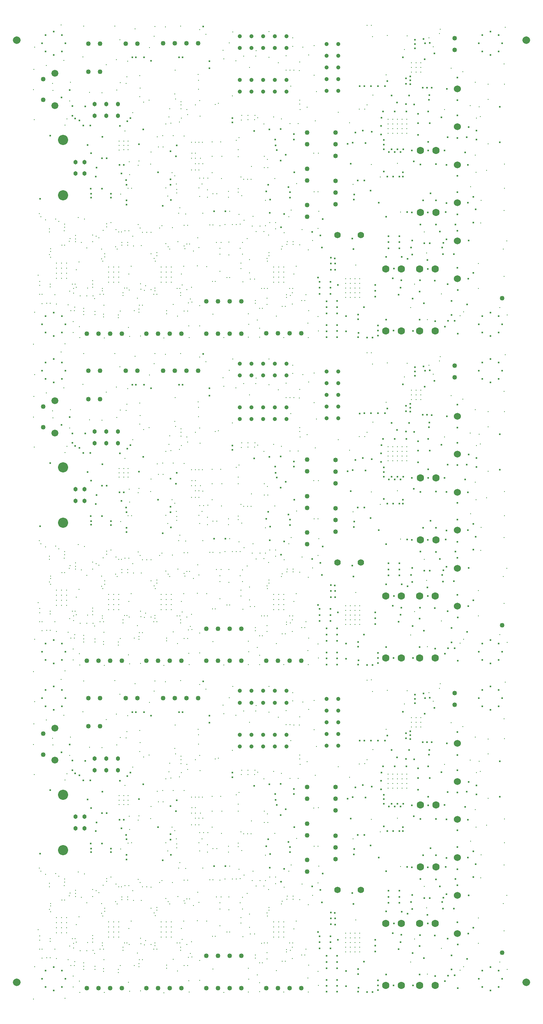
<source format=gbr>
G04 Generated on UCAM*
%FSLAX25Y25*%
%MOIN*%
%IPPOS*%
%ADD10C,0.01000*%
%ADD11C,0.01500*%
%ADD12C,0.03600*%
%ADD13C,0.03800*%
%ADD14C,0.04000*%
%ADD15C,0.05500*%
%ADD16C,0.05900*%
%ADD17C,0.06000*%
%ADD18C,0.06300*%
%ADD19C,0.08700*%
%ADD20C,0.06550*%
%SRX1Y1I0.00000J0.00000*%
%LN25543_drill*%
%LPD*%
D10*
X120610Y120610D03*
X147310Y121210D03*
X154310Y130810D03*
X154410Y140110D03*
X155310Y149410D03*
X152530D03*
X155890Y152490D03*
X150190Y154380D03*
X140210Y155110D03*
X134780Y155890D03*
X131780D03*
X127910Y155510D03*
X121410Y148210D03*
X163610Y148610D03*
Y146010D03*
Y151510D03*
X173210Y148610D03*
Y146010D03*
X180510Y146480D03*
Y144090D03*
X180790Y154180D03*
X194710Y149110D03*
X193110Y145910D03*
X193010Y143310D03*
X201910Y135010D03*
X202810Y127410D03*
X212210Y127710D03*
X232010Y126010D03*
X253710Y126510D03*
X253610Y136410D03*
X262810Y136510D03*
Y153610D03*
X252990Y156180D03*
X252310Y149110D03*
X249610D03*
X243780Y144590D03*
X234610Y146910D03*
X234580Y149490D03*
X239980Y154590D03*
X213880Y154090D03*
X211190D03*
X210910Y150810D03*
Y148210D03*
X206910Y149410D03*
X181210Y126110D03*
X160010Y126410D03*
X159810Y135910D03*
X274010Y146310D03*
X283510Y126310D03*
X304410Y126710D03*
X304710Y137710D03*
X304610Y146810D03*
X311980Y141290D03*
X310580Y155680D03*
X313980Y151490D03*
X316580D03*
X320410Y154910D03*
X333590Y152990D03*
X336090D03*
X341990Y155090D03*
X356190Y149490D03*
X355610Y138610D03*
X355910Y126510D03*
X364310Y132210D03*
X364110Y144410D03*
X328480Y144780D03*
X334810Y126510D03*
X314110Y126810D03*
X314010Y134510D03*
X443510Y152110D03*
X457910Y141910D03*
X485790Y145090D03*
X488780Y148280D03*
X519710Y152210D03*
X526210Y145810D03*
X523610Y178910D03*
X522910Y202110D03*
X525890Y209090D03*
X523410Y235210D03*
X523710Y254110D03*
X523810Y274610D03*
X508610Y269410D03*
X499310Y267610D03*
X498910Y282510D03*
X509710Y292110D03*
X494710Y255510D03*
X503810Y243910D03*
X503610Y224410D03*
X501310Y189910D03*
X501410Y168410D03*
X469680Y163880D03*
X446810Y172010D03*
X457210Y198710D03*
X455110Y216810D03*
X434880Y233890D03*
X432290Y275380D03*
X409680Y274290D03*
X417510Y263710D03*
X394290Y257490D03*
X364210Y251210D03*
X360710D03*
X364810Y234310D03*
X364280Y219880D03*
X350510Y218810D03*
X348590Y205680D03*
X342790Y205980D03*
Y208490D03*
X337680D03*
X337580Y206080D03*
X333490Y204290D03*
X332680Y201990D03*
X322290Y199080D03*
Y196480D03*
X320480Y194090D03*
X320930Y191740D03*
X326250Y186590D03*
Y182260D03*
X330590D03*
Y186590D03*
X334920D03*
Y182260D03*
Y177930D03*
Y173590D03*
X330590D03*
X326250D03*
Y177930D03*
X330590D03*
X343480Y180690D03*
X345390Y187340D03*
X342480Y168480D03*
X339820D03*
X341990Y164880D03*
X340580Y162380D03*
X337190Y163080D03*
Y160890D03*
X350290Y158190D03*
X352890D03*
X353780Y163190D03*
X387770Y164850D03*
Y160850D03*
X391770D03*
Y164850D03*
X395770D03*
Y160850D03*
X399770D03*
Y164850D03*
Y168850D03*
Y172850D03*
Y176850D03*
X395770D03*
Y172850D03*
X391770D03*
Y176850D03*
X387770D03*
Y172850D03*
Y168850D03*
X391770D03*
X395770D03*
X396590Y188380D03*
X355780Y201290D03*
X359380Y209380D03*
X335190Y216180D03*
X327780Y219290D03*
X327890Y224780D03*
X322880D03*
X319180Y222080D03*
X314580Y221880D03*
X317790Y217180D03*
X321780Y214090D03*
X319090Y243690D03*
X327190Y262390D03*
X321090Y271590D03*
X317990D03*
X318090Y281380D03*
X320880Y278890D03*
X317880Y309010D03*
X340110Y309310D03*
X346990Y309380D03*
X361910Y311910D03*
X360510Y284010D03*
X364310Y284110D03*
X345810Y258010D03*
X341210Y235310D03*
X339090Y229890D03*
X320880Y168480D03*
X318280D03*
X315810Y168410D03*
X320410Y160110D03*
X391010Y310110D03*
X424300Y308960D03*
Y304960D03*
Y300960D03*
X428300D03*
X432300D03*
Y304960D03*
Y308960D03*
X428300D03*
Y304960D03*
X436300D03*
Y308960D03*
X440300D03*
Y304960D03*
Y300960D03*
X436300D03*
X296480Y297290D03*
X294180Y295180D03*
X295880Y287090D03*
Y281190D03*
X281810Y281310D03*
X273610D03*
X263580Y279680D03*
X259070D03*
X255970D03*
X255980Y284090D03*
X259090D03*
X259070Y275180D03*
X262170D03*
X265310Y275110D03*
X262170Y269690D03*
X259070D03*
X255970D03*
X262880Y262790D03*
X265980D03*
X269910Y262910D03*
X273610Y267510D03*
X281590Y262390D03*
X287440Y251340D03*
X287410Y246310D03*
X295710Y250810D03*
X295690Y253780D03*
X298910Y247710D03*
X300560Y261880D03*
X303660D03*
X306760D03*
X298080Y263690D03*
X307280Y272780D03*
X308380Y229980D03*
X307890Y221880D03*
X310980Y217090D03*
X303480Y210980D03*
X299310Y207630D03*
X297430Y202800D03*
X299400Y197680D03*
X298210Y190200D03*
X298290Y185490D03*
X305490Y181890D03*
X306010Y176360D03*
X309710Y176410D03*
X299690Y173990D03*
X288490Y177790D03*
X286190D03*
X279980Y183090D03*
X276290Y174280D03*
X273690D03*
X268690Y187190D03*
X260890Y187690D03*
X248990Y187340D03*
X247290Y180790D03*
X247810Y171510D03*
X245780Y168480D03*
X243420D03*
X246390Y164880D03*
Y162380D03*
X251710Y167310D03*
X255910Y169510D03*
X254780Y159480D03*
X256110Y156710D03*
X238520Y173590D03*
Y177930D03*
Y182260D03*
Y186590D03*
X234190D03*
Y182260D03*
X229850D03*
Y186590D03*
Y177930D03*
X234190D03*
Y173590D03*
X229850D03*
X224480Y168680D03*
Y166380D03*
X223480Y163380D03*
X225990D03*
X221110Y167310D03*
X215390Y166880D03*
X212580Y167790D03*
X212090Y172490D03*
X216480Y170590D03*
X202410Y167210D03*
X200590Y168680D03*
X198390D03*
X197190Y164880D03*
Y162280D03*
X209510Y160010D03*
X202190Y180790D03*
X203980Y187340D03*
X193520Y186590D03*
Y182260D03*
Y177930D03*
Y173590D03*
X189180D03*
X184850D03*
Y177930D03*
X189180D03*
Y182260D03*
X184850D03*
Y186590D03*
X189180D03*
X179720Y191590D03*
X178920Y193780D03*
X181390Y195480D03*
Y198190D03*
X178880Y202190D03*
X176610Y211610D03*
X174110Y213110D03*
X171210Y214210D03*
X170980Y208380D03*
X161410Y207710D03*
X156480Y208280D03*
Y210790D03*
Y213690D03*
X158780Y229190D03*
X164290Y227590D03*
X183190Y223690D03*
Y221090D03*
X180180Y217990D03*
X191290Y218780D03*
X193390Y216690D03*
X195890D03*
X198780Y217580D03*
X201990D03*
X205490Y213090D03*
X206190Y204890D03*
X201190Y205490D03*
Y207890D03*
X196280D03*
Y205490D03*
X190790Y204080D03*
X192090Y202080D03*
X212680Y204980D03*
X213690Y216480D03*
X217480D03*
X221290Y216390D03*
X228590Y220090D03*
X230590Y221990D03*
X239390Y220390D03*
X249590Y222390D03*
X252590D03*
X250780Y232190D03*
X244690Y232590D03*
X245780Y237280D03*
X243280Y249990D03*
X243090Y253190D03*
X242690Y257640D03*
X241510Y264710D03*
X239210Y267510D03*
X233680Y254380D03*
X235490Y247390D03*
X262680Y247180D03*
X262280Y254290D03*
X264810Y257610D03*
X269480Y252590D03*
Y246290D03*
X274110Y249310D03*
X277380Y249380D03*
X288490Y234380D03*
X296390Y231590D03*
X297590Y223480D03*
X293990Y223180D03*
X290790D03*
X284380D03*
X280290Y222180D03*
X274180Y222690D03*
X271480D03*
X265580Y232680D03*
X261280Y211880D03*
X262280Y203380D03*
X257590Y200480D03*
X254290Y206280D03*
X251910D03*
X249380Y204590D03*
X250180Y202480D03*
X244180Y208280D03*
X233790Y206680D03*
X235790Y204080D03*
X237090Y202080D03*
X226080Y199080D03*
Y196480D03*
X223890Y194090D03*
X224690Y191790D03*
X221090Y198190D03*
X211780Y220150D03*
X210190Y223080D03*
X186780Y224780D03*
X195110Y249010D03*
X201310Y254010D03*
X204410Y254110D03*
X202780Y265580D03*
X202590Y276780D03*
X210930Y277280D03*
X209980Y273590D03*
X220810Y274810D03*
X221110Y285210D03*
X227480Y289390D03*
X231310Y289310D03*
X231280Y299080D03*
X226310Y298210D03*
X240080Y298990D03*
X249610Y298810D03*
X255970Y293390D03*
X259070D03*
X262190D03*
X265280D03*
X273610Y293810D03*
X280780Y293780D03*
X298570Y312500D03*
X245480Y310680D03*
X238190Y309680D03*
X233790Y308980D03*
X198710Y303110D03*
X197690Y294430D03*
X201430D03*
Y290690D03*
Y286940D03*
X197690D03*
Y290690D03*
X193960D03*
X193920Y294460D03*
X193940Y286850D03*
X165990Y202990D03*
X159390Y190990D03*
X157190Y184290D03*
X156280Y172190D03*
X157280Y169280D03*
X166810Y168910D03*
X171190Y169280D03*
Y172190D03*
Y175080D03*
X171310Y162110D03*
X172710Y159610D03*
X177490Y163380D03*
X180590Y163290D03*
X179590Y166290D03*
Y168480D03*
X166010Y162010D03*
X160610D03*
X310580Y158190D03*
X305590Y193090D03*
X287680Y196990D03*
X280200Y197680D03*
X280100Y202800D03*
X281210Y207910D03*
X277010D03*
X287680Y207920D03*
X300890Y226680D03*
X147080Y223290D03*
Y220690D03*
X146780Y217690D03*
X151790Y211190D03*
X150990Y208890D03*
X147080Y205290D03*
X144890D03*
X135280Y202380D03*
Y200180D03*
X134190Y197390D03*
X134990Y195190D03*
X140120Y190190D03*
X144450D03*
Y185860D03*
X140120D03*
Y181530D03*
X144450D03*
X148780D03*
Y185860D03*
Y190190D03*
Y177190D03*
X144450D03*
X140120D03*
X134780Y172190D03*
Y169890D03*
X125690Y170980D03*
X125710Y174510D03*
X124380Y179790D03*
X125690Y163380D03*
X127880D03*
X138710Y163210D03*
X151380Y165990D03*
X154680Y164380D03*
X154790Y168390D03*
X153680Y172190D03*
X134280Y216690D03*
Y219480D03*
X130890Y227190D03*
X126790Y229890D03*
X125310Y232510D03*
X139380Y227890D03*
X141980Y225690D03*
X147490Y308080D03*
X149010Y313410D03*
X151410Y328910D03*
X152210Y344610D03*
X136810Y343610D03*
X137110Y337810D03*
X120310Y338310D03*
X120810Y355910D03*
X131410Y359110D03*
X146410Y363310D03*
X144010Y393910D03*
X147310Y401130D03*
X154310Y410730D03*
X154410Y420030D03*
X155310Y429330D03*
X152530D03*
X155890Y432410D03*
X150190Y434310D03*
X140210Y435030D03*
X134780Y435810D03*
X131780D03*
X127910Y435430D03*
X127880Y443310D03*
X125690D03*
Y450910D03*
X125710Y454430D03*
X124380Y459710D03*
X140120Y461450D03*
X144450D03*
Y465780D03*
X140120D03*
X148780D03*
Y461450D03*
Y457120D03*
X144450D03*
X140120D03*
X134780Y452110D03*
Y449810D03*
X138710Y443130D03*
X151380Y445910D03*
X154680Y444310D03*
X154790Y448310D03*
X153680Y452110D03*
X121410Y428130D03*
X120610Y400530D03*
X121310Y374810D03*
X121010Y312710D03*
X168590Y335980D03*
X179210Y335660D03*
X191810Y338010D03*
X194910Y344310D03*
X199710Y343910D03*
X200510Y349310D03*
X211580Y350290D03*
X211680Y339790D03*
X211580Y332380D03*
X214810Y327710D03*
X219410Y329410D03*
X242110Y330310D03*
X241580Y334790D03*
X246690Y328190D03*
X246780Y325290D03*
X246710Y322010D03*
X251680Y321390D03*
X252590Y316990D03*
X247180Y314090D03*
X236390Y314980D03*
X237210Y322210D03*
X259280Y325290D03*
X262880Y328980D03*
X261710Y338710D03*
X261810Y346510D03*
X261610Y351410D03*
X241690Y355080D03*
X219780Y374290D03*
X223910Y384010D03*
X224410Y392510D03*
X233610Y392010D03*
X246510Y392810D03*
X262910Y389710D03*
X268010Y385710D03*
X291210Y387910D03*
X288010Y378310D03*
X282710Y372010D03*
X283510Y364610D03*
X293810Y363210D03*
X300510Y367010D03*
X310810D03*
X311210Y371610D03*
X305310Y357310D03*
X290810Y333210D03*
X278910Y326710D03*
X276010Y325910D03*
X262980Y315880D03*
X298710Y316310D03*
X304080Y316280D03*
X304100Y312600D03*
X309970D03*
X310280Y316390D03*
X304410Y406630D03*
X304710Y417630D03*
X304610Y426730D03*
X311980Y421210D03*
X310580Y435610D03*
Y438110D03*
X309710Y456330D03*
X306010Y456280D03*
X305490Y461810D03*
X298290Y465410D03*
X299690Y453910D03*
X288490Y457710D03*
X286190D03*
X279980Y463010D03*
X276290Y454210D03*
X273690D03*
X268690Y467110D03*
X260890Y467610D03*
X248990Y467260D03*
X247290Y460710D03*
X247810Y451430D03*
X245780Y448410D03*
X243420D03*
X246390Y444810D03*
Y442310D03*
X251710Y447230D03*
X255910Y449430D03*
X254780Y439410D03*
X256110Y436630D03*
X252990Y436110D03*
X252310Y429030D03*
X249610D03*
X243780Y424510D03*
X234610Y426830D03*
X234580Y429410D03*
X239980Y434510D03*
X238520Y453520D03*
Y457850D03*
Y462180D03*
Y466510D03*
X234190D03*
Y462180D03*
X229850D03*
Y466510D03*
Y457850D03*
X234190D03*
Y453520D03*
X229850D03*
X224480Y448610D03*
Y446310D03*
X223480Y443310D03*
X225990D03*
X221110Y447230D03*
X215390Y446810D03*
X212580Y447710D03*
X212090Y452410D03*
X216480Y450510D03*
X202410Y447130D03*
X200590Y448610D03*
X198390D03*
X197190Y444810D03*
Y442210D03*
X209510Y439930D03*
X211190Y434010D03*
X213880D03*
X210910Y430730D03*
Y428130D03*
X206910Y429330D03*
X194710Y429030D03*
X193110Y425830D03*
X193010Y423230D03*
X180510Y424010D03*
Y426410D03*
X173210Y425930D03*
Y428530D03*
X163610D03*
Y425930D03*
Y431430D03*
X166010Y441930D03*
X160610D03*
X157280Y449210D03*
X156280Y452110D03*
X157190Y464220D03*
X171190Y455010D03*
Y452110D03*
Y449210D03*
X166810Y448830D03*
X171310Y442030D03*
X172710Y439530D03*
X177490Y443310D03*
X180590Y443210D03*
X179590Y446210D03*
Y448410D03*
X184850Y453520D03*
X189180D03*
X193520D03*
Y457850D03*
X189180D03*
X184850D03*
Y462180D03*
Y466510D03*
X189180D03*
Y462180D03*
X193520D03*
Y466510D03*
X203980Y467260D03*
X202190Y460710D03*
X201910Y414930D03*
X202810Y407330D03*
X212210Y407630D03*
X232010Y405930D03*
X253710Y406430D03*
X253610Y416330D03*
X262810Y416430D03*
Y433530D03*
X274010Y426230D03*
X283510Y406230D03*
X207410Y390410D03*
X190210Y392810D03*
X194610Y381210D03*
X191310Y364110D03*
X201290Y362790D03*
X182690Y359680D03*
X162810Y366410D03*
X163310Y392710D03*
X160010Y406330D03*
X159810Y415830D03*
X181210Y406030D03*
X180790Y434110D03*
X205310Y318910D03*
X312580Y314490D03*
X326080Y315090D03*
X332660Y313460D03*
X348690Y321390D03*
X348590Y325990D03*
Y329290D03*
X354680Y323480D03*
X362790Y336580D03*
X360810Y350810D03*
X348210Y354810D03*
X343480Y355080D03*
X340210Y355110D03*
X336810D03*
X336710Y367410D03*
X330210Y361510D03*
X322110Y366010D03*
X322010Y388010D03*
X342310Y382710D03*
Y375510D03*
X351010Y374710D03*
X360810Y376010D03*
X356110Y368210D03*
X348390Y361980D03*
X340880Y341480D03*
X381610Y319110D03*
X399310Y321610D03*
X404210Y321810D03*
X406110Y325310D03*
X411010Y333910D03*
X422610Y351110D03*
X444220Y353410D03*
Y357340D03*
X448150D03*
Y361280D03*
X444220D03*
X452090D03*
Y357340D03*
Y353410D03*
X448150D03*
X438010Y372810D03*
X440510Y384310D03*
X423310Y384610D03*
X410810Y383610D03*
X409680Y393480D03*
X405990Y393390D03*
X399770Y440770D03*
X395770D03*
X391770D03*
X387770D03*
Y444770D03*
X391770D03*
X395770D03*
X399770D03*
Y448770D03*
Y452770D03*
Y456770D03*
X395770D03*
Y452770D03*
X391770D03*
Y456770D03*
X387770D03*
Y452770D03*
Y448770D03*
X391770D03*
X395770D03*
X396590Y468310D03*
X345390Y467260D03*
X343480Y460620D03*
X334920Y462180D03*
Y466510D03*
X330590D03*
X326250D03*
Y462180D03*
X330590D03*
Y457850D03*
X326250D03*
Y453520D03*
X330590D03*
X334920D03*
Y457850D03*
X339820Y448410D03*
X342480D03*
X341990Y444810D03*
X340580Y442310D03*
X337190Y443010D03*
Y440810D03*
X336090Y432910D03*
X333590D03*
X341990Y435010D03*
X350290Y438110D03*
X352890D03*
X353780Y443110D03*
X356190Y429410D03*
X355610Y418530D03*
X355910Y406430D03*
X364310Y412130D03*
X364110Y424330D03*
X328480Y424710D03*
X320410Y434830D03*
Y440030D03*
X320880Y448410D03*
X318280D03*
X315810Y448330D03*
X316580Y431410D03*
X313980D03*
X314010Y414430D03*
X314110Y406730D03*
X334810Y406430D03*
X443510Y432030D03*
X446810Y451930D03*
X457910Y421830D03*
X458980Y382680D03*
X462710Y375110D03*
X468180Y386390D03*
X468690Y390090D03*
X440300Y312960D03*
X436300D03*
X432300D03*
X428300D03*
X424300D03*
X472380Y321390D03*
X494410Y324810D03*
X502110Y323810D03*
X503010Y315410D03*
X499690Y314090D03*
X509710Y330110D03*
Y343010D03*
X498710Y344610D03*
X488010Y353610D03*
X478010Y356810D03*
X523510Y360310D03*
X523710Y343110D03*
X524510Y391710D03*
X526210Y425730D03*
X519710Y432130D03*
X523610Y458830D03*
X501410Y448330D03*
X488780Y428210D03*
X485790Y425010D03*
X469680Y443810D03*
X501310Y469830D03*
X522910Y482030D03*
X525890Y489010D03*
X523410Y515130D03*
X523710Y534030D03*
X523810Y554530D03*
X508610Y549330D03*
X499310Y547530D03*
X498910Y562430D03*
X509710Y572030D03*
X503010Y595330D03*
X499690Y594010D03*
X502110Y603730D03*
X494410Y604730D03*
X509710Y610030D03*
Y622930D03*
X498710Y624530D03*
X523710Y623030D03*
X472380Y601310D03*
X494710Y535430D03*
X503810Y523830D03*
X503610Y504330D03*
X455110Y496730D03*
X457210Y478630D03*
X434880Y513810D03*
X432290Y555310D03*
X409680Y554210D03*
X417510Y543630D03*
X394290Y537410D03*
X364210Y531130D03*
X360710D03*
X364810Y514230D03*
X364280Y499810D03*
X350510Y498730D03*
X348590Y485610D03*
X342790Y485910D03*
Y488410D03*
X337680D03*
X337580Y486010D03*
X333490Y484210D03*
X332680Y481910D03*
X322290Y479010D03*
Y476410D03*
X320480Y474010D03*
X320930Y471660D03*
X321780Y494010D03*
X317790Y497110D03*
X319180Y502010D03*
X314580Y501810D03*
X322880Y504710D03*
X327890D03*
X327780Y499210D03*
X335190Y496110D03*
X339090Y509810D03*
X341210Y515230D03*
X345810Y537930D03*
X327190Y542310D03*
X321090Y551510D03*
X317990D03*
X318090Y561310D03*
X320880Y558810D03*
X317880Y588930D03*
X312580Y594410D03*
X326080Y595010D03*
X332660Y593380D03*
X340110Y589230D03*
X346990Y589310D03*
X348690Y601310D03*
X348590Y605910D03*
Y609210D03*
X354680Y603410D03*
X361910Y591830D03*
X362790Y616510D03*
X340880Y621410D03*
X381610Y599030D03*
X391010Y590030D03*
X399310Y601530D03*
X404210Y601730D03*
X406110Y605230D03*
X411010Y613830D03*
X424300Y592880D03*
Y588880D03*
Y584880D03*
Y580880D03*
X428300D03*
X432300D03*
Y584880D03*
Y588880D03*
Y592880D03*
X428300D03*
Y588880D03*
Y584880D03*
X436300D03*
Y588880D03*
Y592880D03*
X440300D03*
Y588880D03*
Y584880D03*
Y580880D03*
X436300D03*
X364310Y564030D03*
X360510Y563930D03*
X359380Y489310D03*
X355780Y481210D03*
X319090Y523610D03*
X298910Y527630D03*
X295710Y530730D03*
X295690Y533710D03*
X287440Y531260D03*
X287410Y526230D03*
X288490Y514310D03*
X296390Y511510D03*
X297590Y503410D03*
X293990Y503110D03*
X290790D03*
X284380D03*
X280290Y502110D03*
X274180Y502610D03*
X271480D03*
X265580Y512610D03*
X250780Y512110D03*
X244690Y512510D03*
X245780Y517210D03*
X243280Y529910D03*
X243090Y533110D03*
X242690Y537560D03*
X241510Y544630D03*
X239210Y547430D03*
X233680Y534310D03*
X235490Y527310D03*
X262680Y527110D03*
X262280Y534210D03*
X264810Y537530D03*
X265980Y542710D03*
X262880D03*
X269910Y542830D03*
X273610Y547430D03*
X281590Y542310D03*
X277380Y529310D03*
X274110Y529230D03*
X269480Y526210D03*
Y532510D03*
X262170Y549610D03*
X259070D03*
X255970D03*
X259070Y555110D03*
X262170D03*
X265310Y555030D03*
X263580Y559610D03*
X259070D03*
X255970D03*
X255980Y564010D03*
X259090D03*
X259070Y573310D03*
X255970D03*
X262190D03*
X265280D03*
X273610Y573730D03*
X280780Y573710D03*
X281810Y561230D03*
X273610D03*
X295880Y561110D03*
Y567010D03*
X294180Y575110D03*
X296480Y577210D03*
X298570Y592420D03*
X298710Y596230D03*
X304080Y596210D03*
X304100Y592520D03*
X309970D03*
X310280Y596310D03*
X290810Y613130D03*
X278910Y606630D03*
X276010Y605830D03*
X262880Y608910D03*
X259280Y605210D03*
X251680Y601310D03*
X252590Y596910D03*
X247180Y594010D03*
X245480Y590610D03*
X238190Y589610D03*
X233790Y588910D03*
X236390Y594910D03*
X237210Y602130D03*
X246710Y601930D03*
X246780Y605210D03*
X246690Y608110D03*
X242110Y610230D03*
X241580Y614710D03*
X261710Y618630D03*
X262980Y595810D03*
X249610Y578730D03*
X240080Y578910D03*
X231280Y579010D03*
X226310Y578130D03*
X227480Y569310D03*
X231310Y569230D03*
X221110Y565130D03*
X220810Y554730D03*
X209980Y553510D03*
X210930Y557200D03*
X202590Y556710D03*
X201430Y566870D03*
Y570610D03*
Y574350D03*
X197690D03*
Y570610D03*
X193960D03*
X193920Y574380D03*
X193940Y566770D03*
X197690Y566870D03*
X198710Y583030D03*
X205310Y598830D03*
X214810Y607630D03*
X219410Y609330D03*
X211580Y612310D03*
X211680Y619710D03*
X199710Y623830D03*
X194910Y624230D03*
X191810Y617930D03*
X179210Y615580D03*
X168590Y615910D03*
X202780Y545510D03*
X201310Y533930D03*
X204410Y534030D03*
X195110Y528930D03*
X186780Y504710D03*
X183190Y503610D03*
Y501010D03*
X180180Y497910D03*
X176610Y491530D03*
X174110Y493030D03*
X171210Y494130D03*
X170980Y488310D03*
X161410Y487630D03*
X156480Y488210D03*
Y490710D03*
Y493610D03*
X158780Y509110D03*
X164290Y507510D03*
X165990Y482910D03*
X178880Y482110D03*
X181390Y478110D03*
Y475410D03*
X178920Y473710D03*
X179720Y471510D03*
X159390Y470910D03*
X192090Y482010D03*
X190790Y484010D03*
X196280Y485410D03*
Y487810D03*
X201190D03*
Y485410D03*
X206190Y484810D03*
X212680Y484910D03*
X213690Y496410D03*
X217480D03*
X221290Y496310D03*
X228590Y500010D03*
X230590Y501910D03*
X239390Y500310D03*
X249590Y502310D03*
X252590D03*
X251910Y486210D03*
X254290D03*
X249380Y484510D03*
X250180Y482410D03*
X257590Y480410D03*
X262280Y483310D03*
X261280Y491810D03*
X277010Y487830D03*
X281210D03*
X280100Y482720D03*
X280200Y477600D03*
X287680Y476910D03*
Y487840D03*
X299310Y487550D03*
X297430Y482720D03*
X299400Y477600D03*
X298210Y470120D03*
X305590Y473010D03*
X303480Y490910D03*
X310980Y497010D03*
X307890Y501810D03*
X308380Y509910D03*
X300890Y506610D03*
X300560Y541810D03*
X303660D03*
X306760D03*
X298080Y543610D03*
X307280Y552710D03*
X244180Y488210D03*
X233790Y486610D03*
X235790Y484010D03*
X237090Y482010D03*
X226080Y479010D03*
Y476410D03*
X223890Y474010D03*
X224690Y471710D03*
X221090Y478110D03*
X205490Y493010D03*
X201990Y497510D03*
X198780D03*
X195890Y496610D03*
X193390D03*
X191290Y498710D03*
X211780Y500070D03*
X210190Y503010D03*
X147080Y503210D03*
Y500610D03*
X146780Y497610D03*
X151790Y491110D03*
X150990Y488810D03*
X147080Y485210D03*
X144890D03*
X135280Y482310D03*
Y480110D03*
X134190Y477310D03*
X134990Y475110D03*
X140120Y470110D03*
X144450D03*
X148780D03*
X134280Y496610D03*
Y499410D03*
X130890Y507110D03*
X126790Y509810D03*
X125310Y512430D03*
X139380Y507810D03*
X141980Y505610D03*
X147490Y588010D03*
X149010Y593330D03*
X151410Y608830D03*
X152210Y624530D03*
X136810Y623530D03*
X137110Y617730D03*
X120310Y618230D03*
X121010Y592630D03*
X120810Y635830D03*
X131410Y639030D03*
X146410Y643230D03*
X144010Y673830D03*
X147310Y681050D03*
X154310Y690650D03*
X154410Y699950D03*
X155310Y709250D03*
X152530D03*
X155890Y712330D03*
X150190Y714230D03*
X140210Y714950D03*
X134780Y715730D03*
X131780D03*
X127910Y715350D03*
X127880Y723230D03*
X125690D03*
Y730830D03*
X125710Y734350D03*
X124380Y739630D03*
X140120Y741370D03*
X144450D03*
Y745700D03*
Y750030D03*
X140120D03*
Y745700D03*
X148780D03*
Y750030D03*
Y741370D03*
Y737040D03*
X144450D03*
X140120D03*
X134780Y732030D03*
Y729730D03*
X138710Y723050D03*
X151380Y725830D03*
X154680Y724230D03*
X154790Y728230D03*
X153680Y732030D03*
X150990Y768730D03*
X151790Y771030D03*
X147080Y765130D03*
X144890D03*
X135280Y762230D03*
Y760030D03*
X134190Y757230D03*
X134990Y755030D03*
X134280Y776530D03*
Y779330D03*
X147080Y780530D03*
X146780Y777530D03*
X121410Y708050D03*
X120610Y680450D03*
X121310Y654730D03*
X162810Y646330D03*
X182690Y639610D03*
X191310Y644030D03*
X201290Y642710D03*
X200510Y629230D03*
X211580Y630210D03*
X219780Y654210D03*
X223910Y663930D03*
X224410Y672430D03*
X233610Y671930D03*
X246510Y672730D03*
X262910Y669630D03*
X268010Y665630D03*
X291210Y667830D03*
X288010Y658230D03*
X282710Y651930D03*
X283510Y644530D03*
X293810Y643130D03*
X300510Y646930D03*
X310810D03*
X311210Y651530D03*
X305310Y637230D03*
X261610Y631330D03*
X261810Y626430D03*
X241690Y635010D03*
X232010Y685850D03*
X212210Y687550D03*
X202810Y687250D03*
X201910Y694850D03*
X193010Y703150D03*
X193110Y705750D03*
X194710Y708950D03*
X206910Y709250D03*
X210910Y708050D03*
Y710650D03*
X211190Y713930D03*
X213880D03*
X209510Y719850D03*
X212580Y727630D03*
X215390Y726730D03*
X216480Y730430D03*
X212090Y732330D03*
X221110Y727150D03*
X224480Y726230D03*
Y728530D03*
X223480Y723230D03*
X225990D03*
X229850Y733440D03*
X234190D03*
Y737770D03*
X229850D03*
Y742100D03*
X234190D03*
Y746430D03*
X229850D03*
X238520D03*
Y742100D03*
Y737770D03*
Y733440D03*
X243420Y728330D03*
X245780D03*
X246390Y724730D03*
Y722230D03*
X251710Y727150D03*
X255910Y729350D03*
X247810Y731350D03*
X247290Y740630D03*
X248990Y747180D03*
X260890Y747530D03*
X268690Y747030D03*
X279980Y742930D03*
X286190Y737630D03*
X288490D03*
X299690Y733830D03*
X306010Y736200D03*
X309710Y736250D03*
X305490Y741730D03*
X298290Y745330D03*
X298210Y750040D03*
X299400Y757520D03*
X297430Y762640D03*
X299310Y767470D03*
X303480Y770830D03*
X310980Y776930D03*
X305590Y752930D03*
X287680Y756840D03*
X280200Y757520D03*
X280100Y762640D03*
X281210Y767750D03*
X277010D03*
X287680Y767760D03*
X262280Y763230D03*
X257590Y760330D03*
X254290Y766130D03*
X251910D03*
X249380Y764430D03*
X250180Y762330D03*
X244180Y768130D03*
X233790Y766530D03*
X235790Y763930D03*
X237090Y761930D03*
X226080Y758930D03*
Y756330D03*
X223890Y753930D03*
X224690Y751630D03*
X221090Y758030D03*
X212680Y764830D03*
X206190Y764730D03*
X201190Y765330D03*
Y767730D03*
X196280D03*
Y765330D03*
X190790Y763930D03*
X192090Y761930D03*
X178880Y762030D03*
X181390Y758030D03*
Y755330D03*
X178920Y753630D03*
X179720Y751430D03*
X184850Y746430D03*
Y742100D03*
X189180D03*
Y746430D03*
X193520D03*
Y742100D03*
Y737770D03*
Y733440D03*
X189180D03*
X184850D03*
Y737770D03*
X189180D03*
X202190Y740630D03*
X203980Y747180D03*
X202410Y727050D03*
X200590Y728530D03*
X198390D03*
X197190Y724730D03*
Y722130D03*
X180590Y723130D03*
X177490Y723230D03*
X179590Y726130D03*
Y728330D03*
X171190Y729130D03*
Y732030D03*
Y734930D03*
X166810Y728750D03*
X166010Y721850D03*
X160610D03*
X157280Y729130D03*
X156280Y732030D03*
X157190Y744140D03*
X159390Y750830D03*
X165990Y762830D03*
X161410Y767550D03*
X156480Y768130D03*
Y770630D03*
Y773530D03*
X171210Y774050D03*
X174110Y772950D03*
X176610Y771450D03*
X170980Y768230D03*
X180180Y777830D03*
X183190Y780930D03*
X191290Y778630D03*
X193390Y776530D03*
X195890D03*
X198780Y777430D03*
X201990D03*
X205490Y772930D03*
X213690Y776330D03*
X217480D03*
X221290Y776230D03*
X228590Y779930D03*
X239390Y780230D03*
X211780Y780000D03*
X261280Y771730D03*
X273690Y734130D03*
X276290D03*
X274010Y706150D03*
X262810Y713450D03*
X256110Y716550D03*
X252990Y716030D03*
X254780Y719330D03*
X252310Y708950D03*
X249610D03*
X243780Y704430D03*
X234610Y706750D03*
X234580Y709330D03*
X239980Y714430D03*
X253610Y696250D03*
X262810Y696350D03*
X253710Y686350D03*
X283510Y686150D03*
X304410Y686550D03*
X304710Y697550D03*
X304610Y706650D03*
X311980Y701130D03*
X310580Y715530D03*
Y718030D03*
X180790Y714030D03*
X180510Y706330D03*
Y703930D03*
X173210Y705850D03*
Y708450D03*
X163610D03*
Y705850D03*
Y711350D03*
X172710Y719450D03*
X171310Y721950D03*
X159810Y695750D03*
X160010Y686250D03*
X163310Y672630D03*
X190210Y672730D03*
X194610Y661130D03*
X207410Y670330D03*
X181210Y685950D03*
X314110Y686650D03*
X314010Y694350D03*
X313980Y711330D03*
X316580D03*
X320410Y714750D03*
Y719950D03*
X320880Y728330D03*
X318280D03*
X315810Y728250D03*
X326250Y733440D03*
X330590D03*
X334920D03*
Y737770D03*
X330590D03*
X326250D03*
Y742100D03*
Y746430D03*
X330590D03*
Y742100D03*
X334920D03*
Y746430D03*
X345390Y747180D03*
X343480Y740540D03*
X342480Y728330D03*
X339820D03*
X341990Y724730D03*
X340580Y722230D03*
X337190Y722930D03*
Y720730D03*
X336090Y712830D03*
X333590D03*
X341990Y714930D03*
X350290Y718030D03*
X352890D03*
X353780Y723030D03*
X356190Y709330D03*
X355610Y698450D03*
X355910Y686350D03*
X364310Y692050D03*
X364110Y704250D03*
X328480Y704630D03*
X334810Y686350D03*
X342310Y662630D03*
Y655430D03*
X351010Y654630D03*
X360810Y655930D03*
X356110Y648130D03*
X348390Y641910D03*
X348210Y634730D03*
X343480Y635010D03*
X340210Y635030D03*
X336810D03*
X336710Y647330D03*
X330210Y641430D03*
X322110Y645930D03*
X322010Y667930D03*
X360810Y630730D03*
X422610Y631030D03*
X444220Y633330D03*
Y637260D03*
X448150D03*
Y641200D03*
X444220D03*
X452090D03*
Y637260D03*
Y633330D03*
X448150D03*
X438010Y652730D03*
X440510Y664230D03*
X423310Y664530D03*
X410810Y663530D03*
X409680Y673410D03*
X405990Y673310D03*
X399770Y720700D03*
X395770D03*
X391770D03*
X387770D03*
Y724700D03*
X391770D03*
X395770D03*
X399770D03*
Y728700D03*
Y732700D03*
Y736700D03*
X395770D03*
Y732700D03*
X391770D03*
Y736700D03*
X387770D03*
Y732700D03*
Y728700D03*
X391770D03*
X395770D03*
X396590Y748230D03*
X355780Y761130D03*
X348590Y765530D03*
X342790Y765830D03*
Y768330D03*
X337680D03*
X337580Y765930D03*
X333490Y764130D03*
X332680Y761830D03*
X322290Y758930D03*
Y756330D03*
X320480Y753930D03*
X320930Y751580D03*
X321780Y773930D03*
X317790Y777030D03*
X327780Y779130D03*
X335190Y776030D03*
X350510Y778650D03*
X364280Y779730D03*
X359380Y769230D03*
X455110Y776650D03*
X457210Y758550D03*
X446810Y731850D03*
X443510Y711950D03*
X457910Y701750D03*
X458980Y662610D03*
X462710Y655030D03*
X468180Y666310D03*
X468690Y670010D03*
X478010Y636730D03*
X488010Y633530D03*
X523510Y640230D03*
X524510Y671630D03*
X526210Y705650D03*
X519710Y712050D03*
X523610Y738750D03*
X522910Y761950D03*
X525890Y768930D03*
X501310Y749750D03*
X501410Y728250D03*
X488780Y708130D03*
X485790Y704930D03*
X469680Y723730D03*
X503610Y784250D03*
X503810Y803750D03*
X494710Y815350D03*
X499310Y827450D03*
X508610Y829250D03*
X523810Y834450D03*
X523710Y813950D03*
X523410Y795050D03*
X509710Y851950D03*
X498910Y842350D03*
X499690Y873930D03*
X503010Y875250D03*
X502110Y883650D03*
X494410Y884650D03*
X509710Y889950D03*
Y902850D03*
X498710Y904450D03*
X488010Y913450D03*
X478010Y916650D03*
X472380Y881230D03*
X523710Y902950D03*
X523510Y920150D03*
X452090Y921120D03*
X448150D03*
Y917190D03*
X444220D03*
Y921120D03*
Y913250D03*
X448150D03*
X452090D03*
Y917190D03*
X462710Y934950D03*
X438010Y932650D03*
X422610Y910950D03*
X411010Y893750D03*
X406110Y885150D03*
X404210Y881650D03*
X399310Y881450D03*
X391010Y869950D03*
X381610Y878950D03*
X361910Y871750D03*
X346990Y869230D03*
X340110Y869150D03*
X332660Y873310D03*
X326080Y874930D03*
X312580Y874330D03*
X317880Y868850D03*
X318090Y841230D03*
X320880Y838730D03*
X321090Y831430D03*
X317990D03*
X327190Y822230D03*
X345810Y817850D03*
X360710Y811050D03*
X364210D03*
X364810Y794150D03*
X341210Y795150D03*
X339090Y789730D03*
X327890Y784630D03*
X322880D03*
X319180Y781930D03*
X314580Y781730D03*
X319090Y803530D03*
X360510Y843850D03*
X364310Y843950D03*
X354680Y883330D03*
X348690Y881230D03*
X348590Y885830D03*
Y889130D03*
X340880Y901330D03*
X340210Y914950D03*
X343480Y914930D03*
X348210Y914650D03*
X348390Y921830D03*
X356110Y928050D03*
X351010Y934550D03*
X342310Y935350D03*
X336710Y927250D03*
X330210Y921350D03*
X322110Y925850D03*
X336810Y914950D03*
X360810Y910650D03*
X362790Y896430D03*
X360810Y935850D03*
X424300Y872800D03*
Y868800D03*
Y864800D03*
Y860800D03*
X428300D03*
X432300D03*
Y864800D03*
Y868800D03*
Y872800D03*
X428300D03*
Y868800D03*
Y864800D03*
X436300D03*
Y868800D03*
Y872800D03*
X440300D03*
Y868800D03*
Y864800D03*
Y860800D03*
X436300D03*
X432290Y835230D03*
X409680Y834130D03*
X417510Y823550D03*
X394290Y817330D03*
X434880Y793730D03*
X308380Y789830D03*
X307890Y781730D03*
X300890Y786530D03*
X297590Y783330D03*
X293990Y783030D03*
X290790D03*
X284380D03*
X280290Y782030D03*
X274180Y782530D03*
X271480D03*
X265580Y792530D03*
X250780Y792030D03*
X244690Y792430D03*
X245780Y797130D03*
X243280Y809830D03*
X243090Y813030D03*
X242690Y817480D03*
X241510Y824550D03*
X239210Y827350D03*
X233680Y814230D03*
X235490Y807230D03*
X262680Y807030D03*
X262280Y814130D03*
X264810Y817450D03*
X265980Y822630D03*
X262880D03*
X269910Y822750D03*
X273610Y827350D03*
X281590Y822230D03*
X287440Y811180D03*
X287410Y806150D03*
X295710Y810650D03*
X295690Y813630D03*
X298910Y807550D03*
X300560Y821730D03*
X303660D03*
X306760D03*
X298080Y823530D03*
X307280Y832630D03*
X295880Y841030D03*
Y846930D03*
X294180Y855030D03*
X296480Y857130D03*
X298570Y872340D03*
X298710Y876150D03*
X304080Y876130D03*
X304100Y872440D03*
X309970D03*
X310280Y876230D03*
X290810Y893050D03*
X278910Y886550D03*
X276010Y885750D03*
X262880Y888830D03*
X259280Y885130D03*
X251680Y881230D03*
X252590Y876830D03*
X247180Y873930D03*
X245480Y870530D03*
X238190Y869530D03*
X233790Y868830D03*
X236390Y874830D03*
X237210Y882050D03*
X246710Y881850D03*
X246780Y885130D03*
X246690Y888030D03*
X242110Y890150D03*
X241580Y894630D03*
X241690Y914930D03*
X261610Y911250D03*
X261810Y906350D03*
X261710Y898550D03*
X262980Y875730D03*
X262190Y853230D03*
X265280D03*
X259070D03*
X255970D03*
X255980Y843930D03*
X259090D03*
X259070Y839530D03*
X255970D03*
X259070Y835030D03*
X262170D03*
X265310Y834950D03*
X263580Y839530D03*
X262170Y829530D03*
X259070D03*
X255970D03*
X273610Y841150D03*
X281810D03*
X280780Y853630D03*
X273610Y853650D03*
X249610Y858650D03*
X240080Y858830D03*
X231280Y858930D03*
X226310Y858050D03*
X227480Y849230D03*
X231310Y849150D03*
X221110Y845050D03*
X220810Y834650D03*
X209980Y833430D03*
X210930Y837120D03*
X202590Y836630D03*
X201430Y846790D03*
Y850530D03*
Y854270D03*
X197690D03*
Y850530D03*
X193960D03*
X193920Y854300D03*
X193940Y846690D03*
X197690Y846790D03*
X198710Y862950D03*
X205310Y878750D03*
X214810Y887550D03*
X219410Y889250D03*
X211580Y892230D03*
X211680Y899630D03*
X211580Y910130D03*
X200510Y909150D03*
X199710Y903750D03*
X194910Y904150D03*
X191810Y897850D03*
X179210Y895500D03*
X168590Y895830D03*
X162810Y926250D03*
X182690Y919530D03*
X191310Y923950D03*
X201290Y922630D03*
X219780Y934130D03*
X282710Y931850D03*
X283510Y924450D03*
X293810Y923050D03*
X300510Y926850D03*
X310810D03*
X311210Y931450D03*
X305310Y917150D03*
X296390Y791430D03*
X288490Y794230D03*
X277380Y809230D03*
X274110Y809150D03*
X269480Y806130D03*
Y812430D03*
X252590Y782230D03*
X249590D03*
X230590Y781830D03*
X210190Y782930D03*
X186780Y784630D03*
X183190Y783530D03*
X164290Y787430D03*
X158780Y789030D03*
X195110Y808850D03*
X201310Y813850D03*
X204410Y813950D03*
X202780Y825430D03*
X147490Y867930D03*
X149010Y873250D03*
X151410Y888750D03*
X152210Y904450D03*
X136810Y903450D03*
X137110Y897650D03*
X120310Y898150D03*
X120810Y915750D03*
X131410Y918950D03*
X146410Y923150D03*
X121310Y934650D03*
X121010Y872550D03*
X125310Y792350D03*
X126790Y789730D03*
X130890Y787030D03*
X139380Y787730D03*
X141980Y785530D03*
X147080Y783130D03*
X144010Y953750D03*
X163310Y952550D03*
X190210Y952650D03*
X194610Y941050D03*
X207410Y950250D03*
X224410Y952350D03*
X223910Y943850D03*
X233610Y951850D03*
X246510Y952650D03*
X262910Y949550D03*
X268010Y945550D03*
X291210Y947750D03*
X288010Y938150D03*
X322010Y947850D03*
X342310Y942550D03*
X410810Y943450D03*
X409680Y953330D03*
X405990Y953230D03*
X423310Y944450D03*
X440510Y944150D03*
X458980Y942530D03*
X468180Y946230D03*
X468690Y949930D03*
X524510Y951550D03*
D11*
X130800Y130800D03*
X127800Y137800D03*
X130800Y144800D03*
X137800Y147800D03*
X144800Y144800D03*
X147800Y137800D03*
X144800Y130800D03*
X137800Y127800D03*
X371390Y126790D03*
Y131890D03*
Y137080D03*
X380590D03*
Y131980D03*
Y126790D03*
X388090Y131600D03*
X398780Y130290D03*
X398590Y126790D03*
X406090Y126490D03*
X410890D03*
X415390Y128090D03*
Y132280D03*
Y136580D03*
X422490Y141590D03*
X428780Y132280D03*
X445490Y132180D03*
X451080Y141590D03*
X464590Y140290D03*
X454790Y155680D03*
X403590Y152490D03*
X398310Y146160D03*
Y141960D03*
X388190Y144590D03*
X380590Y147080D03*
Y152290D03*
X371390D03*
Y147080D03*
X478390Y145780D03*
X481190Y140790D03*
X475380Y140680D03*
X472810Y135910D03*
X483790Y129890D03*
X504810Y130800D03*
X501810Y137800D03*
X504810Y144800D03*
X511810Y147800D03*
X518810Y144800D03*
X521810Y137800D03*
X518810Y130800D03*
X511810Y127800D03*
X491790Y154790D03*
X478390Y157890D03*
X483690Y167090D03*
X475090Y172190D03*
X492890Y176580D03*
X497280Y181590D03*
X483480Y186190D03*
X480590Y197890D03*
X471080Y197780D03*
X470590Y203480D03*
X471480Y207280D03*
X474080Y210380D03*
X483480Y217880D03*
X481790Y223180D03*
X483380Y231590D03*
X473390Y233590D03*
X474180Y241390D03*
X483480Y250590D03*
X483380Y264880D03*
X492480Y274080D03*
X490080Y284890D03*
X491380Y297780D03*
X483480Y297180D03*
X475190Y297690D03*
X472380Y286490D03*
X474280Y274180D03*
X499690Y295580D03*
X499780Y303380D03*
X493090Y306380D03*
X519890Y293480D03*
X497080Y246880D03*
X492580Y241690D03*
X499280Y235980D03*
X497280Y224890D03*
X493090Y209280D03*
X468490Y216990D03*
X464980Y222990D03*
X451780Y223180D03*
X458280Y233280D03*
X444480Y233380D03*
X440490Y233730D03*
X422380Y229780D03*
X415990Y241580D03*
X409080Y252080D03*
X403780Y260890D03*
X397990D03*
X395090Y248890D03*
X394880Y244290D03*
X392180Y274990D03*
X393710Y293110D03*
X389510Y292010D03*
X404810Y292760D03*
X402480Y303480D03*
X396010Y301710D03*
X410190Y302380D03*
X418180Y300080D03*
X420490Y295380D03*
Y291440D03*
Y287500D03*
X427180D03*
X424820Y285140D03*
X429940D03*
X432300Y287500D03*
X437020D03*
X434660Y285140D03*
X444580Y286390D03*
X446080Y277080D03*
X451680Y274480D03*
X465190Y274590D03*
X458380Y286390D03*
X458480Y293580D03*
X449690Y299690D03*
Y309680D03*
X459680D03*
X418280Y307280D03*
X420410Y268410D03*
X423580Y264180D03*
X428590D03*
X433690D03*
X436710Y264210D03*
X436910Y267610D03*
X454090Y243580D03*
X464980D03*
X460590Y249690D03*
X459680Y206980D03*
X455180D03*
X444790Y209490D03*
X443690Y203480D03*
X444680Y197490D03*
X440780Y193680D03*
X435890Y195390D03*
X433790Y202890D03*
Y208080D03*
Y213190D03*
X424590D03*
Y208080D03*
Y202890D03*
X422490Y195480D03*
X428990Y185390D03*
X428280Y176990D03*
X435480Y175490D03*
X434780Y169180D03*
X433090Y163190D03*
X444990Y159780D03*
X451280Y165880D03*
X451590Y175380D03*
X464280Y174990D03*
X457990Y185190D03*
X457780Y192680D03*
X413080Y171280D03*
Y166290D03*
Y161280D03*
X380590Y157590D03*
X371390Y157560D03*
X374690Y163880D03*
Y169090D03*
Y174190D03*
X365490D03*
X364180Y177790D03*
X365490Y169090D03*
Y163880D03*
X381190Y171390D03*
X378780Y184390D03*
X374990Y184480D03*
Y189580D03*
X378780D03*
X378480Y194180D03*
X374990Y194590D03*
X367480Y203290D03*
X365980Y213790D03*
X359190Y216880D03*
X368280Y227780D03*
X335280Y232080D03*
X322880Y232980D03*
X323210Y244510D03*
X319690Y251290D03*
X321590Y257190D03*
X338880Y254980D03*
X339980Y250690D03*
Y246090D03*
X343780Y267580D03*
X332190Y277890D03*
X336580Y282890D03*
X328910Y286610D03*
X327780Y290790D03*
X327590Y295880D03*
X331980Y304590D03*
X322310Y304410D03*
X343480Y300380D03*
Y295880D03*
X332380Y220780D03*
X393580Y211190D03*
X394480Y202080D03*
X284680Y234380D03*
X275290D03*
X238190Y243990D03*
X231020Y239150D03*
X237790Y257080D03*
X237880Y261580D03*
X227080Y267600D03*
X237880Y285680D03*
X242580Y281280D03*
X242990Y290690D03*
X210930Y291730D03*
X214460Y304400D03*
X200790Y311420D03*
X194390Y307280D03*
X179380Y297990D03*
X179290Y279590D03*
X183090D03*
X194090Y274080D03*
X197900Y274060D03*
X195890Y266580D03*
X199900Y261020D03*
X200000Y257090D03*
X200100Y243800D03*
Y239960D03*
X186690Y246090D03*
Y249290D03*
X179180Y253680D03*
X169590Y253590D03*
X169680Y249380D03*
Y246180D03*
X173780Y264090D03*
X174380Y271590D03*
X169680Y283980D03*
X166880Y291180D03*
X169180Y307590D03*
X163190D03*
X159890Y311980D03*
X290710Y310310D03*
X309310Y303010D03*
X134940Y299110D03*
X125990Y244990D03*
X156100Y313580D03*
X153880Y316180D03*
X153680Y324480D03*
X151490Y338190D03*
X144390Y331590D03*
X144800Y370950D03*
X147800Y377950D03*
X144800Y384950D03*
X137800Y387950D03*
X130800Y384950D03*
X127800Y377950D03*
X130800Y370950D03*
X137800Y367950D03*
Y407720D03*
X130800Y410720D03*
X127800Y417720D03*
X130800Y424720D03*
X137800Y427720D03*
X144800Y424720D03*
X147800Y417720D03*
X144800Y410720D03*
X205110Y366010D03*
X208110D03*
X215110D03*
X221180Y362980D03*
X245110Y366010D03*
X248110D03*
X271110Y362910D03*
Y356810D03*
X265690Y392280D03*
X290710Y314110D03*
X203440Y314170D03*
X164900Y324190D03*
X399690Y341480D03*
X403710Y341510D03*
X409410D03*
X415310D03*
X421310D03*
X423480Y345780D03*
X427290Y333490D03*
X431690Y327380D03*
X439590Y325990D03*
X439690Y319690D03*
X429690D03*
X419680D03*
X418380Y314390D03*
X449690Y317790D03*
X458580Y319580D03*
X459290Y329680D03*
X459390Y333590D03*
X457590Y340180D03*
X453780D03*
X461580Y340090D03*
X443180Y342990D03*
Y346290D03*
Y349590D03*
X439380Y347990D03*
Y343480D03*
X442230Y333490D03*
X446480Y325590D03*
X455390Y364490D03*
X463680Y369480D03*
X459780Y378290D03*
X455780Y378080D03*
X454480Y381790D03*
X447180Y381080D03*
Y377380D03*
Y373690D03*
X436890Y366180D03*
X428780Y412210D03*
X415390D03*
Y408010D03*
X410890Y406410D03*
X406090D03*
X398590Y406710D03*
X398780Y410210D03*
X388090Y411520D03*
X380590Y411910D03*
Y417010D03*
X371390D03*
Y411810D03*
Y406710D03*
X380590D03*
Y427010D03*
Y432210D03*
Y437510D03*
X371390Y437480D03*
Y432210D03*
Y427010D03*
X388190Y424510D03*
X398310Y426080D03*
Y421880D03*
X403590Y432410D03*
X413080Y441210D03*
Y446210D03*
Y451210D03*
X428280Y456910D03*
X435480Y455410D03*
X434780Y449110D03*
X433090Y443110D03*
X444990Y439710D03*
X451280Y445810D03*
X451590Y455310D03*
X464280Y454910D03*
X457990Y465110D03*
X428990Y465310D03*
X422490Y421510D03*
X415390Y416510D03*
X445490Y412110D03*
X451080Y421510D03*
X464590Y420210D03*
X454790Y435610D03*
X374690Y443810D03*
Y449010D03*
Y454110D03*
X365490D03*
X364180Y457710D03*
X365490Y449010D03*
Y443810D03*
X381190Y451310D03*
X378780Y464310D03*
X374990Y464410D03*
X483480Y466110D03*
X497280Y461510D03*
X492890Y456510D03*
X483690Y447010D03*
X475090Y452110D03*
X478390Y437810D03*
Y425710D03*
X481190Y420710D03*
X475380Y420610D03*
X472810Y415830D03*
X483790Y409810D03*
X504810Y410720D03*
X501810Y417720D03*
X504810Y424720D03*
X511810Y427720D03*
X518810Y424720D03*
X521810Y417720D03*
X518810Y410720D03*
X511810Y407720D03*
Y387950D03*
X518810Y384950D03*
X521810Y377950D03*
X518810Y370950D03*
X511810Y367950D03*
X504810Y370950D03*
X501810Y377950D03*
X504810Y384950D03*
X483380Y348890D03*
X474390Y339090D03*
X483380Y329290D03*
X483480Y316280D03*
X469680Y314690D03*
X519680Y323780D03*
X491790Y434710D03*
X480590Y477810D03*
X471080Y477710D03*
X470590Y483410D03*
X471480Y487210D03*
X474080Y490310D03*
X483480Y497810D03*
X481790Y503110D03*
X483380Y511510D03*
X473390Y513510D03*
X474180Y521310D03*
X483480Y530510D03*
X483380Y544810D03*
X492480Y554010D03*
X490080Y564810D03*
X491380Y577710D03*
X483480Y577110D03*
X475190Y577610D03*
X472380Y566410D03*
X474280Y554110D03*
X469680Y594610D03*
X483480Y596210D03*
X483380Y609210D03*
X474390Y619010D03*
X493090Y586310D03*
X499780Y583310D03*
X499690Y575510D03*
X519890Y573410D03*
X519680Y603710D03*
X497080Y526810D03*
X492580Y521610D03*
X499280Y515910D03*
X497280Y504810D03*
X493090Y489210D03*
X468490Y496910D03*
X464980Y502910D03*
X451780Y503110D03*
X458280Y513210D03*
X444480Y513310D03*
X440490Y513650D03*
X422380Y509710D03*
X415990Y521510D03*
X409080Y532010D03*
X403780Y540810D03*
X397990D03*
X395090Y528810D03*
X394880Y524210D03*
X392180Y554910D03*
X393710Y573030D03*
X389510Y571930D03*
X404810Y572680D03*
X402480Y583410D03*
X396010Y581630D03*
X410190Y582310D03*
X418180Y580010D03*
X420490Y575300D03*
Y571360D03*
Y567420D03*
X427180D03*
X424820Y565060D03*
X429940D03*
X432300Y567420D03*
X437020D03*
X434660Y565060D03*
X444580Y566310D03*
X446080Y557010D03*
X451680Y554410D03*
X465190Y554510D03*
X458380Y566310D03*
X458480Y573510D03*
X449690Y579610D03*
Y589610D03*
Y597710D03*
X458580Y599510D03*
X459290Y609610D03*
X459390Y613510D03*
X457590Y620110D03*
X453780D03*
X461580Y620010D03*
X443180Y622910D03*
X439380Y623410D03*
X442230Y613410D03*
X439590Y605910D03*
X439690Y599610D03*
X429690D03*
X431690Y607310D03*
X427290Y613410D03*
X421310Y621430D03*
X415310D03*
X409410D03*
X403710D03*
X399690Y621410D03*
X419680Y599610D03*
X418380Y594310D03*
X418280Y587210D03*
X420410Y548330D03*
X423580Y544110D03*
X428590D03*
X433690D03*
X436710Y544130D03*
X436910Y547530D03*
X454090Y523510D03*
X464980D03*
X460590Y529610D03*
X459680Y486910D03*
X455180D03*
X444790Y489410D03*
X443690Y483410D03*
X444680Y477410D03*
X440780Y473610D03*
X435890Y475310D03*
X433790Y482810D03*
Y488010D03*
Y493110D03*
X424590D03*
Y488010D03*
Y482810D03*
X422490Y475410D03*
X394480Y482010D03*
X393580Y491110D03*
X365980Y493710D03*
X359190Y496810D03*
X368280Y507710D03*
X367480Y483210D03*
X374990Y474510D03*
X378480Y474110D03*
X378780Y469510D03*
X374990D03*
X332380Y500710D03*
X335280Y512010D03*
X322880Y512910D03*
X323210Y524430D03*
X319690Y531210D03*
X321590Y537110D03*
X338880Y534910D03*
X339980Y530610D03*
Y526010D03*
X343780Y547510D03*
X332190Y557810D03*
X336580Y562810D03*
X328910Y566530D03*
X327780Y570710D03*
X327590Y575810D03*
X331980Y584510D03*
X322310Y584330D03*
X343480Y580310D03*
Y575810D03*
X459680Y589610D03*
X446480Y605510D03*
X457780Y472610D03*
X284680Y514310D03*
X275290D03*
X238190Y523910D03*
X231020Y519080D03*
X237790Y537010D03*
X237880Y541510D03*
X227080Y547520D03*
X237880Y565610D03*
X242580Y561210D03*
X242990Y570610D03*
X210930Y571650D03*
X214460Y584320D03*
X200790Y591340D03*
X203440Y594090D03*
X194390Y587210D03*
X179380Y577910D03*
X179290Y559510D03*
X183090D03*
X194090Y554010D03*
X197900Y553980D03*
X195890Y546510D03*
X199900Y540940D03*
X200000Y537010D03*
X200100Y523720D03*
Y519880D03*
X186690Y526010D03*
Y529210D03*
X179180Y533610D03*
X169590Y533510D03*
X169680Y529310D03*
Y526110D03*
X173780Y544010D03*
X174380Y551510D03*
X169680Y563910D03*
X166880Y571110D03*
X169180Y587510D03*
X163190D03*
X159890Y591910D03*
X164900Y604110D03*
X290710Y594030D03*
Y590230D03*
X309310Y582930D03*
X156100Y593510D03*
X153880Y596110D03*
X153680Y604410D03*
X151490Y618110D03*
X144390Y611510D03*
X134940Y579040D03*
X125990Y524910D03*
X130800Y650870D03*
X127800Y657870D03*
X130800Y664870D03*
X137800Y667870D03*
X144800Y664870D03*
X147800Y657870D03*
X144800Y650870D03*
X137800Y647870D03*
Y687640D03*
X130800Y690640D03*
X127800Y697640D03*
X130800Y704640D03*
X137800Y707640D03*
X144800Y704640D03*
X147800Y697640D03*
X144800Y690640D03*
X205110Y645930D03*
X208110D03*
X215110D03*
X221180Y642910D03*
X245110Y645930D03*
X248110D03*
X271110Y642830D03*
Y636730D03*
X265690Y672210D03*
X371390Y686630D03*
Y691730D03*
Y696930D03*
X380590D03*
Y691830D03*
Y686630D03*
X388090Y691440D03*
X398780Y690130D03*
X398590Y686630D03*
X406090Y686330D03*
X410890D03*
X415390Y687930D03*
Y692130D03*
Y696430D03*
X422490Y701430D03*
X428780Y692130D03*
X445490Y692030D03*
X451080Y701430D03*
X464590Y700130D03*
X454790Y715530D03*
X451280Y725730D03*
X451590Y735230D03*
X464280Y734830D03*
X457990Y745030D03*
X457780Y752530D03*
X459680Y766830D03*
X455180D03*
X444790Y769330D03*
X443690Y763330D03*
X444680Y757330D03*
X440780Y753530D03*
X435890Y755230D03*
X433790Y762730D03*
Y767930D03*
Y773030D03*
X424590D03*
Y767930D03*
Y762730D03*
X422490Y755330D03*
X428990Y745230D03*
X428280Y736830D03*
X435480Y735330D03*
X434780Y729030D03*
X433090Y723030D03*
X444990Y719630D03*
X413080Y721130D03*
Y726130D03*
Y731130D03*
X403590Y712330D03*
X398310Y706000D03*
Y701800D03*
X388190Y704430D03*
X380590Y706930D03*
Y712130D03*
Y717430D03*
X371390Y717400D03*
Y712130D03*
Y706930D03*
X374690Y723730D03*
Y728930D03*
Y734030D03*
X365490D03*
X364180Y737630D03*
X365490Y728930D03*
Y723730D03*
X381190Y731230D03*
X378780Y744230D03*
X374990Y744330D03*
Y749430D03*
X378780D03*
X378480Y754030D03*
X374990Y754430D03*
X367480Y763130D03*
X365980Y773630D03*
X359190Y776730D03*
X332380Y780630D03*
X393580Y771030D03*
X394480Y761930D03*
X468490Y776830D03*
X459780Y658210D03*
X455780Y658010D03*
X454480Y661710D03*
X447180Y661010D03*
Y657310D03*
Y653610D03*
X455390Y644410D03*
X463680Y649410D03*
X436890Y646110D03*
X439380Y627910D03*
X443180Y629510D03*
Y626210D03*
X423480Y625710D03*
X483380Y628810D03*
X504810Y650870D03*
X501810Y657870D03*
X504810Y664870D03*
X511810Y667870D03*
X518810Y664870D03*
X521810Y657870D03*
X518810Y650870D03*
X511810Y647870D03*
Y687640D03*
X504810Y690640D03*
X501810Y697640D03*
X504810Y704640D03*
X511810Y707640D03*
X518810Y704640D03*
X521810Y697640D03*
X518810Y690640D03*
X483790Y689730D03*
X481190Y700630D03*
X475380Y700530D03*
X472810Y695750D03*
X478390Y705630D03*
Y717730D03*
X483690Y726930D03*
X475090Y732030D03*
X492890Y736430D03*
X497280Y741430D03*
X483480Y746030D03*
X480590Y757730D03*
X471080Y757630D03*
X470590Y763330D03*
X471480Y767130D03*
X474080Y770230D03*
X483480Y777730D03*
X493090Y769130D03*
X491790Y714630D03*
X497280Y784730D03*
X499280Y795830D03*
X492580Y801530D03*
X497080Y806730D03*
X483480Y810430D03*
X483380Y824730D03*
X492480Y833930D03*
X490080Y844730D03*
X491380Y857630D03*
X483480Y857030D03*
X475190Y857530D03*
X472380Y846330D03*
X474280Y834030D03*
X474180Y801230D03*
X473390Y793430D03*
X483380Y791430D03*
X481790Y783030D03*
X499690Y855430D03*
X499780Y863230D03*
X493090Y866230D03*
X483480Y876130D03*
X483380Y889130D03*
X474390Y898930D03*
X483380Y908730D03*
X504810Y930800D03*
X511810Y927800D03*
X518810Y930800D03*
X519680Y883630D03*
X519890Y853330D03*
X469680Y874530D03*
X459680Y869530D03*
X449690D03*
Y877630D03*
X458580Y879430D03*
X459290Y889530D03*
X459390Y893430D03*
X457590Y900030D03*
X453780D03*
X461580Y899930D03*
X443180Y902830D03*
Y906130D03*
Y909430D03*
X439380Y907830D03*
Y903330D03*
X442230Y893330D03*
X439590Y885830D03*
X439690Y879530D03*
X429690D03*
X431690Y887230D03*
X427290Y893330D03*
X421310Y901350D03*
X415310D03*
X409410D03*
X403710D03*
X399690Y901330D03*
X423480Y905630D03*
X419680Y879530D03*
X418380Y874230D03*
X418280Y867130D03*
X418180Y859930D03*
X420490Y855220D03*
Y851280D03*
Y847340D03*
X427180D03*
X424820Y844980D03*
X429940D03*
X432300Y847340D03*
X437020D03*
X434660Y844980D03*
X444580Y846230D03*
X446080Y836930D03*
X451680Y834330D03*
X465190Y834430D03*
X458380Y846230D03*
X458480Y853430D03*
X449690Y859530D03*
X446480Y885430D03*
X455390Y924330D03*
X463680Y929330D03*
X447180Y933530D03*
Y937230D03*
X436890Y926030D03*
X410190Y862230D03*
X402480Y863330D03*
X396010Y861550D03*
X393710Y852950D03*
X389510Y851850D03*
X404810Y852600D03*
X392180Y834830D03*
X397990Y820730D03*
X403780D03*
X409080Y811930D03*
X395090Y808730D03*
X394880Y804130D03*
X415990Y801430D03*
X422380Y789630D03*
X440490Y793570D03*
X444480Y793230D03*
X458280Y793130D03*
X454090Y803430D03*
X464980D03*
X460590Y809530D03*
X464980Y782830D03*
X451780Y783030D03*
X436710Y824050D03*
X433690Y824030D03*
X428590D03*
X423580D03*
X420410Y828250D03*
X436910Y827450D03*
X343780Y827430D03*
X338880Y814830D03*
X339980Y810530D03*
Y805930D03*
X323210Y804350D03*
X319690Y811130D03*
X321590Y817030D03*
X322880Y792830D03*
X335280Y791930D03*
X368280Y787630D03*
X332190Y837730D03*
X336580Y842730D03*
X328910Y846450D03*
X327780Y850630D03*
X327590Y855730D03*
X331980Y864430D03*
X322310Y864250D03*
X343480Y860230D03*
Y855730D03*
X309310Y862850D03*
X290710Y870150D03*
Y873950D03*
X271110Y916650D03*
Y922750D03*
X248110Y925850D03*
X245110D03*
X221180Y922830D03*
X215110Y925850D03*
X208110D03*
X205110D03*
X203440Y874020D03*
X200790Y871260D03*
X194390Y867130D03*
X214460Y864240D03*
X210930Y851570D03*
X197900Y833900D03*
X194090Y833930D03*
X195890Y826430D03*
X199900Y820870D03*
X200000Y816930D03*
X200100Y803640D03*
Y799800D03*
X186690Y805930D03*
Y809130D03*
X179180Y813530D03*
X169590Y813430D03*
X169680Y809230D03*
Y806030D03*
X173780Y823930D03*
X174380Y831430D03*
X179290Y839430D03*
X183090D03*
X169680Y843830D03*
X166880Y851030D03*
X169180Y867430D03*
X163190D03*
X159890Y871830D03*
X164900Y884030D03*
X179380Y857830D03*
X237880Y845530D03*
X242580Y841130D03*
X242990Y850530D03*
X237880Y821430D03*
X237790Y816930D03*
X238190Y803830D03*
X231020Y799000D03*
X227080Y827440D03*
X275290Y794230D03*
X284680D03*
X125990Y804830D03*
X134940Y858960D03*
X156100Y873430D03*
X153880Y876030D03*
X153680Y884330D03*
X151490Y898030D03*
X144390Y891430D03*
X144800Y930800D03*
X137800Y927800D03*
X130800Y930800D03*
X127800Y937800D03*
X130800Y944800D03*
X137800Y947800D03*
X144800Y944800D03*
X147800Y937800D03*
X265690Y952130D03*
X447180Y940930D03*
X454480Y941630D03*
X455780Y937930D03*
X459780Y938130D03*
X501810Y937800D03*
X504810Y944800D03*
X511810Y947800D03*
X518810Y944800D03*
X521810Y937800D03*
D12*
X297080Y336580D03*
Y346590D03*
X307080D03*
Y336580D03*
Y374080D03*
X297080D03*
Y384090D03*
X307080D03*
X317090D03*
Y374080D03*
X327080D03*
Y384090D03*
X337090D03*
Y374080D03*
Y346590D03*
X327080D03*
X317090D03*
Y336580D03*
X327080D03*
X337090D03*
X371350Y337260D03*
X381350D03*
Y347260D03*
X371350D03*
Y357260D03*
X381350D03*
Y367260D03*
X371350D03*
Y377260D03*
X381350D03*
Y617180D03*
X371350D03*
X337090Y616510D03*
X327080D03*
X317090D03*
X307080D03*
X297080D03*
Y626510D03*
X307080D03*
Y654010D03*
X297080D03*
Y664010D03*
X307080D03*
X317090D03*
Y654010D03*
X327080D03*
Y664010D03*
X337090D03*
Y654010D03*
Y626510D03*
X327080D03*
X317090D03*
X371350Y627180D03*
X381350D03*
Y637180D03*
X371350D03*
Y647180D03*
X381350D03*
Y657180D03*
X371350D03*
Y897100D03*
X381350D03*
Y907100D03*
X371350D03*
Y917100D03*
X381350D03*
Y927100D03*
X371350D03*
Y937100D03*
X381350D03*
X337090Y933930D03*
X327080D03*
X317090D03*
Y906430D03*
Y896430D03*
X327080D03*
Y906430D03*
X337090D03*
Y896430D03*
X307080D03*
X297080D03*
Y906430D03*
X307080D03*
Y933930D03*
X297080D03*
Y943930D03*
X307080D03*
X317090D03*
X327080D03*
X337090D03*
D13*
X156370Y266650D03*
X164270D03*
Y276570D03*
X156370D03*
X172940Y316140D03*
Y326140D03*
X182940D03*
Y316140D03*
X192940D03*
Y326140D03*
X164270Y546570D03*
X156370D03*
Y556500D03*
X164270D03*
X172940Y596060D03*
Y606060D03*
X182940D03*
Y596060D03*
X192940D03*
Y606060D03*
X164270Y826500D03*
X156370D03*
Y836420D03*
X164270D03*
X172940Y875980D03*
Y885980D03*
X182940D03*
Y875980D03*
X192940D03*
Y885980D03*
D14*
X166110Y129910D03*
X176110D03*
X186110D03*
X196110D03*
X217290D03*
X227290D03*
X237290D03*
X247290D03*
X268470D03*
X278470D03*
X288470D03*
X298470D03*
X319690Y129950D03*
X329690D03*
X339690D03*
X349690D03*
X521750Y160240D03*
X378980Y240390D03*
Y250380D03*
Y260380D03*
X379080Y281790D03*
Y291790D03*
Y301780D03*
X354720Y301850D03*
Y291850D03*
Y270750D03*
Y260750D03*
Y239650D03*
Y229650D03*
X298470Y157470D03*
X288470D03*
X278470D03*
X268470D03*
X128960Y329680D03*
Y347480D03*
X167410Y353810D03*
X177410D03*
Y377910D03*
X167410D03*
X199510D03*
X209510D03*
X231310Y377950D03*
X241310D03*
X251310D03*
X261310D03*
X268470Y409830D03*
X278470D03*
X288470D03*
X298470D03*
Y437390D03*
X288470D03*
X278470D03*
X268470D03*
X247290Y409830D03*
X237290D03*
X227290D03*
X217290D03*
X196110D03*
X186110D03*
X176110D03*
X166110D03*
X319690Y409870D03*
X329690D03*
X339690D03*
X349690D03*
X481190Y382280D03*
Y372290D03*
X521750Y440160D03*
X378980Y520310D03*
Y530310D03*
Y540310D03*
X379080Y561710D03*
Y571710D03*
Y581710D03*
X354720Y581770D03*
Y571770D03*
Y550670D03*
Y540670D03*
Y519570D03*
Y509570D03*
X128960Y609600D03*
Y627400D03*
X167410Y633730D03*
X177410D03*
Y657830D03*
X167410D03*
X199510D03*
X209510D03*
X231310Y657870D03*
X241310D03*
X251310D03*
X261310D03*
X268470Y689750D03*
X278470D03*
X288470D03*
X298470D03*
Y717310D03*
X288470D03*
X278470D03*
X268470D03*
X247290Y689750D03*
X237290D03*
X227290D03*
X217290D03*
X196110D03*
X186110D03*
X176110D03*
X166110D03*
X319690Y689790D03*
X329690D03*
X339690D03*
X349690D03*
X481190Y662210D03*
Y652210D03*
X521750Y720080D03*
X481190Y932130D03*
X379080Y861630D03*
Y851630D03*
Y841630D03*
X378980Y820230D03*
Y810230D03*
Y800230D03*
X354720Y799490D03*
Y789490D03*
Y820590D03*
Y830590D03*
Y851690D03*
Y861690D03*
X177410Y913650D03*
X167410D03*
X128960Y907330D03*
Y889530D03*
X167410Y937750D03*
X177410D03*
X199510D03*
X209510D03*
X231310Y937800D03*
X241310D03*
X251310D03*
X261310D03*
X481190Y942130D03*
D15*
X380780Y213980D03*
X400790D03*
Y493910D03*
X380780D03*
Y773830D03*
X400790D03*
D16*
X138760Y324780D03*
Y352380D03*
Y604700D03*
Y632300D03*
Y884630D03*
Y912230D03*
D17*
X483380Y176640D03*
Y209140D03*
Y241630D03*
Y274130D03*
Y306630D03*
Y339140D03*
Y456560D03*
Y489060D03*
Y521560D03*
Y554060D03*
Y586560D03*
Y619060D03*
Y736480D03*
Y768980D03*
Y801480D03*
Y833980D03*
Y866480D03*
Y898980D03*
D18*
X422180Y132220D03*
X435580D03*
X451180Y132180D03*
X464590D03*
Y185190D03*
X451180D03*
X435580Y185220D03*
X422180D03*
X451680Y233490D03*
X465080D03*
Y286490D03*
X451680D03*
X451180Y412110D03*
X464590D03*
X435580Y412150D03*
X422180D03*
Y465150D03*
X435580D03*
X451180Y465110D03*
X464590D03*
X465080Y513410D03*
X451680D03*
Y566410D03*
X465080D03*
X464590Y692030D03*
X451180D03*
X435580Y692070D03*
X422180D03*
Y745070D03*
X435580D03*
X451180Y745030D03*
X464590D03*
X465080Y793330D03*
X451680D03*
Y846330D03*
X465080D03*
D19*
X145670Y247950D03*
Y295280D03*
Y527870D03*
Y575200D03*
Y807800D03*
Y855120D03*
D20*
X542573Y940573D03*
Y135056D03*
X106158Y940573D03*
Y135056D03*
%LPD*%
M02*
</source>
